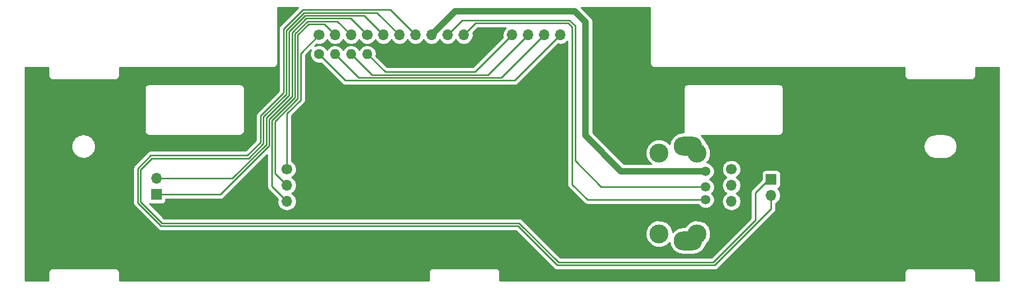
<source format=gbr>
G04 #@! TF.FileFunction,Copper,L2,Bot,Signal*
%FSLAX46Y46*%
G04 Gerber Fmt 4.6, Leading zero omitted, Abs format (unit mm)*
G04 Created by KiCad (PCBNEW 4.0.6) date 05/08/17 22:23:47*
%MOMM*%
%LPD*%
G01*
G04 APERTURE LIST*
%ADD10C,0.100000*%
%ADD11C,1.500000*%
%ADD12C,3.000000*%
%ADD13O,4.500000X3.000000*%
%ADD14C,1.700000*%
%ADD15O,1.700000X1.700000*%
%ADD16R,1.700000X1.700000*%
%ADD17C,1.600000*%
%ADD18O,1.600000X1.600000*%
%ADD19C,0.250000*%
%ADD20C,1.000000*%
%ADD21C,0.254000*%
G04 APERTURE END LIST*
D10*
D11*
X196977000Y-110053000D03*
X196977000Y-107553000D03*
X196977000Y-105553000D03*
X196977000Y-103053000D03*
D12*
X195627000Y-112953000D03*
X195627000Y-100153000D03*
X189627000Y-112953000D03*
X189627000Y-100153000D03*
D11*
X196977000Y-110053000D03*
X196977000Y-107553000D03*
X196977000Y-105553000D03*
X196977000Y-103053000D03*
D13*
X194177000Y-114053000D03*
X194177000Y-99053000D03*
D14*
X130837586Y-102743000D03*
D15*
X130837586Y-105283000D03*
X130837586Y-107823000D03*
D14*
X135917586Y-81496683D03*
D15*
X138457586Y-81496683D03*
X140997586Y-81496683D03*
D14*
X143537586Y-81496683D03*
D15*
X146077586Y-81496683D03*
X148617586Y-81496683D03*
X151157586Y-81496683D03*
X153697586Y-81496683D03*
X156237586Y-81496683D03*
X158777586Y-81496683D03*
X161317586Y-81496683D03*
X163857586Y-81496683D03*
X166397586Y-81496683D03*
X168937586Y-81496683D03*
X171477586Y-81496683D03*
X174017586Y-81496683D03*
D14*
X201041000Y-102743000D03*
D15*
X201041000Y-105283000D03*
X201041000Y-107823000D03*
X201041000Y-110363000D03*
D16*
X207327500Y-104330500D03*
D15*
X207327500Y-106870500D03*
D16*
X110236000Y-106743500D03*
D15*
X110236000Y-104203500D03*
D17*
X135917586Y-84520961D03*
D18*
X143537586Y-92140961D03*
X138457586Y-84520961D03*
X140997586Y-92140961D03*
X140997586Y-84520961D03*
X138457586Y-92140961D03*
X143537586Y-84520961D03*
X135917586Y-92140961D03*
D19*
X174017586Y-81496683D02*
X166802637Y-88711632D01*
X166802637Y-88711632D02*
X140108257Y-88711632D01*
X140108257Y-88711632D02*
X135917586Y-84520961D01*
X171477586Y-81496683D02*
X164712648Y-88261621D01*
X164712648Y-88261621D02*
X142198246Y-88261621D01*
X142198246Y-88261621D02*
X138457586Y-84520961D01*
X168937586Y-81496683D02*
X162622659Y-87811610D01*
X162622659Y-87811610D02*
X144288235Y-87811610D01*
X144288235Y-87811610D02*
X140997586Y-84520961D01*
X166397586Y-81496683D02*
X160532670Y-87361599D01*
X160532670Y-87361599D02*
X146378224Y-87361599D01*
X146378224Y-87361599D02*
X143537586Y-84520961D01*
X158777586Y-81496683D02*
X160640894Y-79633375D01*
X160640894Y-79633375D02*
X175284599Y-79633375D01*
X175284599Y-79633375D02*
X175906334Y-80255110D01*
X175906334Y-80255110D02*
X175906334Y-105164339D01*
X175906334Y-105164339D02*
X178294995Y-107553000D01*
X178294995Y-107553000D02*
X196977000Y-107553000D01*
X156237586Y-81496683D02*
X158550905Y-79183364D01*
X158550905Y-79183364D02*
X175470999Y-79183364D01*
X175470999Y-79183364D02*
X176356345Y-80068710D01*
X176356345Y-101417604D02*
X180491741Y-105553000D01*
X180491741Y-105553000D02*
X196977000Y-105553000D01*
X176356345Y-80068710D02*
X176356345Y-101417604D01*
D20*
X153697586Y-81496683D02*
X157412393Y-77781876D01*
X157412393Y-77781876D02*
X176314696Y-77781876D01*
X176314696Y-77781876D02*
X178008308Y-79475488D01*
X178008308Y-79475488D02*
X178008308Y-97435029D01*
X178008308Y-97435029D02*
X183626279Y-103053000D01*
X183626279Y-103053000D02*
X196977000Y-103053000D01*
D19*
X143537586Y-81496683D02*
X140924433Y-78883530D01*
X140924433Y-78883530D02*
X133909200Y-78883530D01*
X133909200Y-78883530D02*
X131652033Y-81140697D01*
X131652033Y-81140697D02*
X131652033Y-91214015D01*
X131652033Y-91214015D02*
X128042316Y-94823732D01*
X128042316Y-94823732D02*
X128042314Y-99036506D01*
X128042314Y-99036506D02*
X120335320Y-106743500D01*
X120335320Y-106743500D02*
X110236000Y-106743500D01*
X146077586Y-81496683D02*
X143014423Y-78433520D01*
X143014423Y-78433520D02*
X133722800Y-78433520D01*
X133722800Y-78433520D02*
X131202022Y-80954298D01*
X131202022Y-80954298D02*
X131202022Y-86856978D01*
X131202022Y-86856978D02*
X131202019Y-86856981D01*
X131202019Y-86856981D02*
X131202018Y-87005831D01*
X131202018Y-87005831D02*
X131202018Y-91027620D01*
X131202018Y-91027620D02*
X127592306Y-94637332D01*
X127592306Y-94637332D02*
X127592305Y-98850105D01*
X127592305Y-98850105D02*
X122238910Y-104203500D01*
X122238910Y-104203500D02*
X110236000Y-104203500D01*
X207327500Y-104330500D02*
X206945090Y-104330500D01*
X173731900Y-117469490D02*
X167508900Y-111246490D01*
X206945090Y-104330500D02*
X204851000Y-106424590D01*
X204851000Y-106424590D02*
X204851000Y-110806090D01*
X198187600Y-117469490D02*
X173731900Y-117469490D01*
X107754520Y-107877173D02*
X107754520Y-102797642D01*
X204851000Y-110806090D02*
X198187600Y-117469490D01*
X127142296Y-94450932D02*
X130752009Y-90841219D01*
X167508900Y-111246490D02*
X111123837Y-111246490D01*
X130752011Y-86360000D02*
X130752011Y-80767899D01*
X111123837Y-111246490D02*
X107754520Y-107877173D01*
X130752009Y-90841219D02*
X130752009Y-86819430D01*
X109539986Y-101012176D02*
X124793824Y-101012176D01*
X107754520Y-102797642D02*
X109539986Y-101012176D01*
X124793824Y-101012176D02*
X127142296Y-98663704D01*
X127142296Y-98663704D02*
X127142296Y-94450932D01*
X130752009Y-86819430D02*
X130752011Y-86360000D01*
X130752011Y-80767899D02*
X133536400Y-77983510D01*
X133536400Y-77983510D02*
X145104413Y-77983510D01*
X145104413Y-77983510D02*
X148617586Y-81496683D01*
X207327500Y-106870500D02*
X207327500Y-108966000D01*
X198374000Y-117919500D02*
X173545500Y-117919500D01*
X126692286Y-94264532D02*
X130302000Y-90654818D01*
X207327500Y-108966000D02*
X198374000Y-117919500D01*
X109353586Y-100562165D02*
X124607425Y-100562165D01*
X130302000Y-90654818D02*
X130302000Y-80581500D01*
X130302000Y-80581500D02*
X133350000Y-77533500D01*
X173545500Y-117919500D02*
X167322500Y-111696500D01*
X167322500Y-111696500D02*
X110937437Y-111696500D01*
X110937437Y-111696500D02*
X107304509Y-108063573D01*
X107304509Y-102611242D02*
X109353586Y-100562165D01*
X126692286Y-98477304D02*
X126692286Y-94264532D01*
X133350000Y-77533500D02*
X147194403Y-77533500D01*
X107304509Y-108063573D02*
X107304509Y-102611242D01*
X124607425Y-100562165D02*
X126692286Y-98477304D01*
X147194403Y-77533500D02*
X151157586Y-81496683D01*
X130837586Y-97220961D02*
X130837586Y-102743000D01*
X130837586Y-97220961D02*
X130837587Y-93937692D01*
X130837587Y-93937692D02*
X133002063Y-91773216D01*
X133002063Y-91773216D02*
X133002063Y-84412206D01*
X133002063Y-84412206D02*
X135917586Y-81496683D01*
X138457586Y-81496683D02*
X136747281Y-79786378D01*
X128942337Y-103387751D02*
X130837586Y-105283000D01*
X136747281Y-79786378D02*
X134286618Y-79786378D01*
X134286618Y-79786378D02*
X132552052Y-81520944D01*
X132552052Y-81520944D02*
X132552052Y-91586817D01*
X132552052Y-91586817D02*
X128942337Y-95196531D01*
X128942337Y-95196531D02*
X128942337Y-103387751D01*
X140997586Y-81496683D02*
X138837270Y-79336367D01*
X138837270Y-79336367D02*
X134100218Y-79336367D01*
X134100218Y-79336367D02*
X132102041Y-81334544D01*
X132102041Y-81334544D02*
X132102041Y-91400417D01*
X132102041Y-91400417D02*
X128492326Y-95010132D01*
X128492326Y-95010132D02*
X128492326Y-105477740D01*
X128492326Y-105477740D02*
X130837586Y-107823000D01*
D21*
G36*
X129764599Y-80044099D02*
X129599852Y-80290661D01*
X129542000Y-80581500D01*
X129542000Y-90340015D01*
X126154885Y-93727131D01*
X125990138Y-93973693D01*
X125932286Y-94264532D01*
X125932286Y-98162502D01*
X124292623Y-99802165D01*
X109353586Y-99802165D01*
X109062747Y-99860017D01*
X108897900Y-99970164D01*
X108816185Y-100024764D01*
X106767108Y-102073841D01*
X106602361Y-102320403D01*
X106544509Y-102611242D01*
X106544509Y-108063573D01*
X106602361Y-108354412D01*
X106767108Y-108600974D01*
X110400036Y-112233901D01*
X110646597Y-112398648D01*
X110937437Y-112456500D01*
X167007698Y-112456500D01*
X173008099Y-118456901D01*
X173254661Y-118621648D01*
X173545500Y-118679500D01*
X198374000Y-118679500D01*
X198664839Y-118621648D01*
X198911401Y-118456901D01*
X207864901Y-109503401D01*
X208029648Y-109256839D01*
X208087500Y-108966000D01*
X208087500Y-108133801D01*
X208406647Y-107920554D01*
X208728554Y-107438785D01*
X208841593Y-106870500D01*
X208728554Y-106302215D01*
X208406647Y-105820446D01*
X208365048Y-105792650D01*
X208412817Y-105783662D01*
X208628941Y-105644590D01*
X208773931Y-105432390D01*
X208824940Y-105180500D01*
X208824940Y-103480500D01*
X208780662Y-103245183D01*
X208641590Y-103029059D01*
X208429390Y-102884069D01*
X208177500Y-102833060D01*
X206477500Y-102833060D01*
X206242183Y-102877338D01*
X206026059Y-103016410D01*
X205881069Y-103228610D01*
X205830060Y-103480500D01*
X205830060Y-104370728D01*
X204313599Y-105887189D01*
X204148852Y-106133751D01*
X204091000Y-106424590D01*
X204091000Y-110491288D01*
X197872798Y-116709490D01*
X174046702Y-116709490D01*
X170713027Y-113375815D01*
X187491630Y-113375815D01*
X187815980Y-114160800D01*
X188416041Y-114761909D01*
X189200459Y-115087628D01*
X190049815Y-115088370D01*
X190834800Y-114764020D01*
X191287100Y-114312509D01*
X191397997Y-114870029D01*
X191860807Y-115562673D01*
X192553451Y-116025483D01*
X193370480Y-116188000D01*
X194983520Y-116188000D01*
X195800549Y-116025483D01*
X196493193Y-115562673D01*
X196956003Y-114870029D01*
X197012343Y-114586786D01*
X197435909Y-114163959D01*
X197761628Y-113379541D01*
X197762370Y-112530185D01*
X197438020Y-111745200D01*
X196837959Y-111144091D01*
X196053541Y-110818372D01*
X195204185Y-110817630D01*
X194419200Y-111141980D01*
X193818091Y-111742041D01*
X193745026Y-111918000D01*
X193370480Y-111918000D01*
X192553451Y-112080517D01*
X191860807Y-112543327D01*
X191762230Y-112690858D01*
X191762370Y-112530185D01*
X191438020Y-111745200D01*
X190837959Y-111144091D01*
X190053541Y-110818372D01*
X189204185Y-110817630D01*
X188419200Y-111141980D01*
X187818091Y-111742041D01*
X187492372Y-112526459D01*
X187491630Y-113375815D01*
X170713027Y-113375815D01*
X168046301Y-110709089D01*
X167799739Y-110544342D01*
X167508900Y-110486490D01*
X111438639Y-110486490D01*
X109144104Y-108191955D01*
X109386000Y-108240940D01*
X111086000Y-108240940D01*
X111321317Y-108196662D01*
X111537441Y-108057590D01*
X111682431Y-107845390D01*
X111733440Y-107593500D01*
X111733440Y-107503500D01*
X120335320Y-107503500D01*
X120626159Y-107445648D01*
X120872721Y-107280901D01*
X127732326Y-100421296D01*
X127732326Y-105477740D01*
X127790178Y-105768579D01*
X127954925Y-106015141D01*
X129396376Y-107456593D01*
X129323493Y-107823000D01*
X129436532Y-108391285D01*
X129758439Y-108873054D01*
X130240208Y-109194961D01*
X130808493Y-109308000D01*
X130866679Y-109308000D01*
X131434964Y-109194961D01*
X131916733Y-108873054D01*
X132238640Y-108391285D01*
X132351679Y-107823000D01*
X132238640Y-107254715D01*
X131916733Y-106772946D01*
X131587560Y-106553000D01*
X131916733Y-106333054D01*
X132238640Y-105851285D01*
X132351679Y-105283000D01*
X132238640Y-104714715D01*
X131916733Y-104232946D01*
X131612426Y-104029615D01*
X131677672Y-104002656D01*
X132095774Y-103585283D01*
X132322328Y-103039681D01*
X132322843Y-102448911D01*
X132097242Y-101902914D01*
X131679869Y-101484812D01*
X131597586Y-101450645D01*
X131597586Y-97220961D01*
X131597587Y-94252494D01*
X133539464Y-92310617D01*
X133704211Y-92064056D01*
X133762063Y-91773216D01*
X133762063Y-84727008D01*
X134644762Y-83844309D01*
X134482836Y-84234270D01*
X134482338Y-84805148D01*
X134700343Y-85332761D01*
X135103663Y-85736785D01*
X135630895Y-85955711D01*
X136201773Y-85956209D01*
X136255735Y-85933912D01*
X139570856Y-89249033D01*
X139817418Y-89413780D01*
X140108257Y-89471632D01*
X166802637Y-89471632D01*
X167093476Y-89413780D01*
X167340038Y-89249033D01*
X173651178Y-82937893D01*
X174017586Y-83010776D01*
X174585871Y-82897737D01*
X175067640Y-82575830D01*
X175146334Y-82458056D01*
X175146334Y-105164339D01*
X175204186Y-105455178D01*
X175368933Y-105701740D01*
X177757594Y-108090401D01*
X178004156Y-108255148D01*
X178294995Y-108313000D01*
X195792453Y-108313000D01*
X195802169Y-108336515D01*
X196191436Y-108726461D01*
X196700298Y-108937759D01*
X197251285Y-108938240D01*
X197760515Y-108727831D01*
X198150461Y-108338564D01*
X198361759Y-107829702D01*
X198362240Y-107278715D01*
X198151831Y-106769485D01*
X197935687Y-106552964D01*
X198150461Y-106338564D01*
X198361759Y-105829702D01*
X198362236Y-105283000D01*
X199526907Y-105283000D01*
X199639946Y-105851285D01*
X199961853Y-106333054D01*
X200291026Y-106553000D01*
X199961853Y-106772946D01*
X199639946Y-107254715D01*
X199526907Y-107823000D01*
X199639946Y-108391285D01*
X199961853Y-108873054D01*
X200443622Y-109194961D01*
X201011907Y-109308000D01*
X201070093Y-109308000D01*
X201638378Y-109194961D01*
X202120147Y-108873054D01*
X202442054Y-108391285D01*
X202555093Y-107823000D01*
X202442054Y-107254715D01*
X202120147Y-106772946D01*
X201790974Y-106553000D01*
X202120147Y-106333054D01*
X202442054Y-105851285D01*
X202555093Y-105283000D01*
X202442054Y-104714715D01*
X202120147Y-104232946D01*
X201815840Y-104029615D01*
X201881086Y-104002656D01*
X202299188Y-103585283D01*
X202525742Y-103039681D01*
X202526257Y-102448911D01*
X202300656Y-101902914D01*
X201883283Y-101484812D01*
X201337681Y-101258258D01*
X200746911Y-101257743D01*
X200200914Y-101483344D01*
X199782812Y-101900717D01*
X199556258Y-102446319D01*
X199555743Y-103037089D01*
X199781344Y-103583086D01*
X200198717Y-104001188D01*
X200266550Y-104029355D01*
X199961853Y-104232946D01*
X199639946Y-104714715D01*
X199526907Y-105283000D01*
X198362236Y-105283000D01*
X198362240Y-105278715D01*
X198151831Y-104769485D01*
X197762564Y-104379539D01*
X197578414Y-104303073D01*
X197760515Y-104227831D01*
X198150461Y-103838564D01*
X198361759Y-103329702D01*
X198362240Y-102778715D01*
X198151831Y-102269485D01*
X197762564Y-101879539D01*
X197253702Y-101668241D01*
X197131203Y-101668134D01*
X197435909Y-101363959D01*
X197761628Y-100579541D01*
X197762370Y-99730185D01*
X197506629Y-99111244D01*
X231338406Y-99111244D01*
X231481893Y-99832602D01*
X231890510Y-100444140D01*
X231960960Y-100491213D01*
X232034430Y-100564684D01*
X232439959Y-100835650D01*
X232592782Y-100898951D01*
X232686887Y-100937931D01*
X233165242Y-101033082D01*
X233232710Y-101033082D01*
X233298879Y-101046244D01*
X234751178Y-101046244D01*
X234817347Y-101033082D01*
X234884816Y-101033082D01*
X235363170Y-100937931D01*
X235507817Y-100878016D01*
X235610098Y-100835650D01*
X236015627Y-100564683D01*
X236089094Y-100491216D01*
X236159548Y-100444140D01*
X236568165Y-99832602D01*
X236711652Y-99111244D01*
X236568165Y-98389886D01*
X236159548Y-97778348D01*
X236089094Y-97731272D01*
X236015627Y-97657805D01*
X235610098Y-97386838D01*
X235507817Y-97344472D01*
X235363170Y-97284557D01*
X234884816Y-97189406D01*
X234817347Y-97189406D01*
X234751178Y-97176244D01*
X233298879Y-97176244D01*
X233232710Y-97189406D01*
X233165242Y-97189406D01*
X232686887Y-97284557D01*
X232614564Y-97314515D01*
X232439959Y-97386838D01*
X232034430Y-97657804D01*
X231974931Y-97717304D01*
X231960961Y-97731274D01*
X231890510Y-97778348D01*
X231481893Y-98389886D01*
X231338406Y-99111244D01*
X197506629Y-99111244D01*
X197438020Y-98945200D01*
X197012236Y-98518672D01*
X196956003Y-98235971D01*
X196493193Y-97543327D01*
X196245635Y-97377914D01*
X208548357Y-97377914D01*
X208810495Y-97325771D01*
X209032725Y-97177282D01*
X209181214Y-96955052D01*
X209233357Y-96692914D01*
X209233357Y-89955959D01*
X209181214Y-89693821D01*
X209032725Y-89471591D01*
X208810495Y-89323102D01*
X208548357Y-89270959D01*
X194173927Y-89270959D01*
X193911789Y-89323102D01*
X193689559Y-89471591D01*
X193541070Y-89693821D01*
X193488927Y-89955959D01*
X193488927Y-96692914D01*
X193533700Y-96918000D01*
X193370480Y-96918000D01*
X192553451Y-97080517D01*
X191860807Y-97543327D01*
X191397997Y-98235971D01*
X191287012Y-98793929D01*
X190837959Y-98344091D01*
X190053541Y-98018372D01*
X189204185Y-98017630D01*
X188419200Y-98341980D01*
X187818091Y-98942041D01*
X187492372Y-99726459D01*
X187491630Y-100575815D01*
X187815980Y-101360800D01*
X188372209Y-101918000D01*
X184096411Y-101918000D01*
X179143308Y-96964897D01*
X179143308Y-79475488D01*
X179056911Y-79041142D01*
X178810874Y-78672922D01*
X177319635Y-77181683D01*
X188191685Y-77181683D01*
X188191685Y-85986593D01*
X188243828Y-86248731D01*
X188392317Y-86470961D01*
X188614547Y-86619450D01*
X188876685Y-86671593D01*
X228408228Y-86671593D01*
X228408228Y-87941778D01*
X228460371Y-88203916D01*
X228608860Y-88426146D01*
X228831090Y-88574635D01*
X229093228Y-88626778D01*
X238926323Y-88626778D01*
X239188461Y-88574635D01*
X239410691Y-88426146D01*
X239559180Y-88203916D01*
X239611323Y-87941778D01*
X239611323Y-86671593D01*
X243287171Y-86671593D01*
X243287171Y-120315682D01*
X239611323Y-120315682D01*
X239611323Y-119045498D01*
X239559180Y-118783360D01*
X239410691Y-118561130D01*
X239188461Y-118412641D01*
X238926323Y-118360498D01*
X229093228Y-118360498D01*
X228831090Y-118412641D01*
X228608860Y-118561130D01*
X228460371Y-118783360D01*
X228408228Y-119045498D01*
X228408228Y-120315682D01*
X164463260Y-120315682D01*
X164463260Y-119045498D01*
X164411117Y-118783360D01*
X164262628Y-118561130D01*
X164040398Y-118412641D01*
X163778260Y-118360498D01*
X153945165Y-118360498D01*
X153683027Y-118412641D01*
X153460797Y-118561130D01*
X153312308Y-118783360D01*
X153260165Y-119045498D01*
X153260165Y-120315682D01*
X104399416Y-120315682D01*
X104399416Y-119045498D01*
X104347273Y-118783360D01*
X104198784Y-118561130D01*
X103976554Y-118412641D01*
X103714416Y-118360498D01*
X93881321Y-118360498D01*
X93619183Y-118412641D01*
X93396953Y-118561130D01*
X93248464Y-118783360D01*
X93196321Y-119045498D01*
X93196321Y-120315682D01*
X89520473Y-120315682D01*
X89520473Y-99111244D01*
X96767662Y-99111244D01*
X96817443Y-99361512D01*
X96817336Y-99484549D01*
X96864735Y-99599264D01*
X96914955Y-99851736D01*
X97056719Y-100063902D01*
X97103705Y-100177616D01*
X97191396Y-100265460D01*
X97334410Y-100479496D01*
X97546577Y-100621261D01*
X97633501Y-100708337D01*
X97748133Y-100755937D01*
X97962170Y-100898951D01*
X98212435Y-100948732D01*
X98326067Y-100995916D01*
X98450190Y-100996024D01*
X98702662Y-101046244D01*
X98952930Y-100996463D01*
X99075967Y-100996570D01*
X99190682Y-100949171D01*
X99443154Y-100898951D01*
X99655320Y-100757187D01*
X99769034Y-100710201D01*
X99856878Y-100622510D01*
X100070914Y-100479496D01*
X100212679Y-100267329D01*
X100299755Y-100180405D01*
X100347355Y-100065773D01*
X100490369Y-99851736D01*
X100540150Y-99601471D01*
X100587334Y-99487839D01*
X100587442Y-99363716D01*
X100637662Y-99111244D01*
X100587881Y-98860976D01*
X100587988Y-98737939D01*
X100540589Y-98623224D01*
X100490369Y-98370752D01*
X100348605Y-98158586D01*
X100301619Y-98044872D01*
X100213928Y-97957028D01*
X100070914Y-97742992D01*
X99858747Y-97601227D01*
X99771823Y-97514151D01*
X99657191Y-97466551D01*
X99443154Y-97323537D01*
X99192889Y-97273756D01*
X99079257Y-97226572D01*
X98955134Y-97226464D01*
X98702662Y-97176244D01*
X98452394Y-97226025D01*
X98329357Y-97225918D01*
X98214642Y-97273317D01*
X97962170Y-97323537D01*
X97750004Y-97465301D01*
X97636290Y-97512287D01*
X97548446Y-97599978D01*
X97334410Y-97742992D01*
X97192645Y-97955159D01*
X97105569Y-98042083D01*
X97057969Y-98156715D01*
X96914955Y-98370752D01*
X96865174Y-98621017D01*
X96817990Y-98734649D01*
X96817882Y-98858772D01*
X96767662Y-99111244D01*
X89520473Y-99111244D01*
X89520473Y-89955959D01*
X108364691Y-89955959D01*
X108364691Y-96692914D01*
X108416834Y-96955052D01*
X108565323Y-97177282D01*
X108787553Y-97325771D01*
X109049691Y-97377914D01*
X123424121Y-97377914D01*
X123686259Y-97325771D01*
X123908489Y-97177282D01*
X124056978Y-96955052D01*
X124109121Y-96692914D01*
X124109121Y-89955959D01*
X124056978Y-89693821D01*
X123908489Y-89471591D01*
X123686259Y-89323102D01*
X123424121Y-89270959D01*
X109049691Y-89270959D01*
X108787553Y-89323102D01*
X108565323Y-89471591D01*
X108416834Y-89693821D01*
X108364691Y-89955959D01*
X89520473Y-89955959D01*
X89520473Y-86671593D01*
X93196321Y-86671593D01*
X93196321Y-87941778D01*
X93248464Y-88203916D01*
X93396953Y-88426146D01*
X93619183Y-88574635D01*
X93881321Y-88626778D01*
X103714416Y-88626778D01*
X103976554Y-88574635D01*
X104198784Y-88426146D01*
X104347273Y-88203916D01*
X104399416Y-87941778D01*
X104399416Y-86671593D01*
X128678486Y-86671593D01*
X128940624Y-86619450D01*
X129162854Y-86470961D01*
X129311343Y-86248731D01*
X129363486Y-85986593D01*
X129363486Y-77181683D01*
X132627015Y-77181683D01*
X129764599Y-80044099D01*
X129764599Y-80044099D01*
G37*
X129764599Y-80044099D02*
X129599852Y-80290661D01*
X129542000Y-80581500D01*
X129542000Y-90340015D01*
X126154885Y-93727131D01*
X125990138Y-93973693D01*
X125932286Y-94264532D01*
X125932286Y-98162502D01*
X124292623Y-99802165D01*
X109353586Y-99802165D01*
X109062747Y-99860017D01*
X108897900Y-99970164D01*
X108816185Y-100024764D01*
X106767108Y-102073841D01*
X106602361Y-102320403D01*
X106544509Y-102611242D01*
X106544509Y-108063573D01*
X106602361Y-108354412D01*
X106767108Y-108600974D01*
X110400036Y-112233901D01*
X110646597Y-112398648D01*
X110937437Y-112456500D01*
X167007698Y-112456500D01*
X173008099Y-118456901D01*
X173254661Y-118621648D01*
X173545500Y-118679500D01*
X198374000Y-118679500D01*
X198664839Y-118621648D01*
X198911401Y-118456901D01*
X207864901Y-109503401D01*
X208029648Y-109256839D01*
X208087500Y-108966000D01*
X208087500Y-108133801D01*
X208406647Y-107920554D01*
X208728554Y-107438785D01*
X208841593Y-106870500D01*
X208728554Y-106302215D01*
X208406647Y-105820446D01*
X208365048Y-105792650D01*
X208412817Y-105783662D01*
X208628941Y-105644590D01*
X208773931Y-105432390D01*
X208824940Y-105180500D01*
X208824940Y-103480500D01*
X208780662Y-103245183D01*
X208641590Y-103029059D01*
X208429390Y-102884069D01*
X208177500Y-102833060D01*
X206477500Y-102833060D01*
X206242183Y-102877338D01*
X206026059Y-103016410D01*
X205881069Y-103228610D01*
X205830060Y-103480500D01*
X205830060Y-104370728D01*
X204313599Y-105887189D01*
X204148852Y-106133751D01*
X204091000Y-106424590D01*
X204091000Y-110491288D01*
X197872798Y-116709490D01*
X174046702Y-116709490D01*
X170713027Y-113375815D01*
X187491630Y-113375815D01*
X187815980Y-114160800D01*
X188416041Y-114761909D01*
X189200459Y-115087628D01*
X190049815Y-115088370D01*
X190834800Y-114764020D01*
X191287100Y-114312509D01*
X191397997Y-114870029D01*
X191860807Y-115562673D01*
X192553451Y-116025483D01*
X193370480Y-116188000D01*
X194983520Y-116188000D01*
X195800549Y-116025483D01*
X196493193Y-115562673D01*
X196956003Y-114870029D01*
X197012343Y-114586786D01*
X197435909Y-114163959D01*
X197761628Y-113379541D01*
X197762370Y-112530185D01*
X197438020Y-111745200D01*
X196837959Y-111144091D01*
X196053541Y-110818372D01*
X195204185Y-110817630D01*
X194419200Y-111141980D01*
X193818091Y-111742041D01*
X193745026Y-111918000D01*
X193370480Y-111918000D01*
X192553451Y-112080517D01*
X191860807Y-112543327D01*
X191762230Y-112690858D01*
X191762370Y-112530185D01*
X191438020Y-111745200D01*
X190837959Y-111144091D01*
X190053541Y-110818372D01*
X189204185Y-110817630D01*
X188419200Y-111141980D01*
X187818091Y-111742041D01*
X187492372Y-112526459D01*
X187491630Y-113375815D01*
X170713027Y-113375815D01*
X168046301Y-110709089D01*
X167799739Y-110544342D01*
X167508900Y-110486490D01*
X111438639Y-110486490D01*
X109144104Y-108191955D01*
X109386000Y-108240940D01*
X111086000Y-108240940D01*
X111321317Y-108196662D01*
X111537441Y-108057590D01*
X111682431Y-107845390D01*
X111733440Y-107593500D01*
X111733440Y-107503500D01*
X120335320Y-107503500D01*
X120626159Y-107445648D01*
X120872721Y-107280901D01*
X127732326Y-100421296D01*
X127732326Y-105477740D01*
X127790178Y-105768579D01*
X127954925Y-106015141D01*
X129396376Y-107456593D01*
X129323493Y-107823000D01*
X129436532Y-108391285D01*
X129758439Y-108873054D01*
X130240208Y-109194961D01*
X130808493Y-109308000D01*
X130866679Y-109308000D01*
X131434964Y-109194961D01*
X131916733Y-108873054D01*
X132238640Y-108391285D01*
X132351679Y-107823000D01*
X132238640Y-107254715D01*
X131916733Y-106772946D01*
X131587560Y-106553000D01*
X131916733Y-106333054D01*
X132238640Y-105851285D01*
X132351679Y-105283000D01*
X132238640Y-104714715D01*
X131916733Y-104232946D01*
X131612426Y-104029615D01*
X131677672Y-104002656D01*
X132095774Y-103585283D01*
X132322328Y-103039681D01*
X132322843Y-102448911D01*
X132097242Y-101902914D01*
X131679869Y-101484812D01*
X131597586Y-101450645D01*
X131597586Y-97220961D01*
X131597587Y-94252494D01*
X133539464Y-92310617D01*
X133704211Y-92064056D01*
X133762063Y-91773216D01*
X133762063Y-84727008D01*
X134644762Y-83844309D01*
X134482836Y-84234270D01*
X134482338Y-84805148D01*
X134700343Y-85332761D01*
X135103663Y-85736785D01*
X135630895Y-85955711D01*
X136201773Y-85956209D01*
X136255735Y-85933912D01*
X139570856Y-89249033D01*
X139817418Y-89413780D01*
X140108257Y-89471632D01*
X166802637Y-89471632D01*
X167093476Y-89413780D01*
X167340038Y-89249033D01*
X173651178Y-82937893D01*
X174017586Y-83010776D01*
X174585871Y-82897737D01*
X175067640Y-82575830D01*
X175146334Y-82458056D01*
X175146334Y-105164339D01*
X175204186Y-105455178D01*
X175368933Y-105701740D01*
X177757594Y-108090401D01*
X178004156Y-108255148D01*
X178294995Y-108313000D01*
X195792453Y-108313000D01*
X195802169Y-108336515D01*
X196191436Y-108726461D01*
X196700298Y-108937759D01*
X197251285Y-108938240D01*
X197760515Y-108727831D01*
X198150461Y-108338564D01*
X198361759Y-107829702D01*
X198362240Y-107278715D01*
X198151831Y-106769485D01*
X197935687Y-106552964D01*
X198150461Y-106338564D01*
X198361759Y-105829702D01*
X198362236Y-105283000D01*
X199526907Y-105283000D01*
X199639946Y-105851285D01*
X199961853Y-106333054D01*
X200291026Y-106553000D01*
X199961853Y-106772946D01*
X199639946Y-107254715D01*
X199526907Y-107823000D01*
X199639946Y-108391285D01*
X199961853Y-108873054D01*
X200443622Y-109194961D01*
X201011907Y-109308000D01*
X201070093Y-109308000D01*
X201638378Y-109194961D01*
X202120147Y-108873054D01*
X202442054Y-108391285D01*
X202555093Y-107823000D01*
X202442054Y-107254715D01*
X202120147Y-106772946D01*
X201790974Y-106553000D01*
X202120147Y-106333054D01*
X202442054Y-105851285D01*
X202555093Y-105283000D01*
X202442054Y-104714715D01*
X202120147Y-104232946D01*
X201815840Y-104029615D01*
X201881086Y-104002656D01*
X202299188Y-103585283D01*
X202525742Y-103039681D01*
X202526257Y-102448911D01*
X202300656Y-101902914D01*
X201883283Y-101484812D01*
X201337681Y-101258258D01*
X200746911Y-101257743D01*
X200200914Y-101483344D01*
X199782812Y-101900717D01*
X199556258Y-102446319D01*
X199555743Y-103037089D01*
X199781344Y-103583086D01*
X200198717Y-104001188D01*
X200266550Y-104029355D01*
X199961853Y-104232946D01*
X199639946Y-104714715D01*
X199526907Y-105283000D01*
X198362236Y-105283000D01*
X198362240Y-105278715D01*
X198151831Y-104769485D01*
X197762564Y-104379539D01*
X197578414Y-104303073D01*
X197760515Y-104227831D01*
X198150461Y-103838564D01*
X198361759Y-103329702D01*
X198362240Y-102778715D01*
X198151831Y-102269485D01*
X197762564Y-101879539D01*
X197253702Y-101668241D01*
X197131203Y-101668134D01*
X197435909Y-101363959D01*
X197761628Y-100579541D01*
X197762370Y-99730185D01*
X197506629Y-99111244D01*
X231338406Y-99111244D01*
X231481893Y-99832602D01*
X231890510Y-100444140D01*
X231960960Y-100491213D01*
X232034430Y-100564684D01*
X232439959Y-100835650D01*
X232592782Y-100898951D01*
X232686887Y-100937931D01*
X233165242Y-101033082D01*
X233232710Y-101033082D01*
X233298879Y-101046244D01*
X234751178Y-101046244D01*
X234817347Y-101033082D01*
X234884816Y-101033082D01*
X235363170Y-100937931D01*
X235507817Y-100878016D01*
X235610098Y-100835650D01*
X236015627Y-100564683D01*
X236089094Y-100491216D01*
X236159548Y-100444140D01*
X236568165Y-99832602D01*
X236711652Y-99111244D01*
X236568165Y-98389886D01*
X236159548Y-97778348D01*
X236089094Y-97731272D01*
X236015627Y-97657805D01*
X235610098Y-97386838D01*
X235507817Y-97344472D01*
X235363170Y-97284557D01*
X234884816Y-97189406D01*
X234817347Y-97189406D01*
X234751178Y-97176244D01*
X233298879Y-97176244D01*
X233232710Y-97189406D01*
X233165242Y-97189406D01*
X232686887Y-97284557D01*
X232614564Y-97314515D01*
X232439959Y-97386838D01*
X232034430Y-97657804D01*
X231974931Y-97717304D01*
X231960961Y-97731274D01*
X231890510Y-97778348D01*
X231481893Y-98389886D01*
X231338406Y-99111244D01*
X197506629Y-99111244D01*
X197438020Y-98945200D01*
X197012236Y-98518672D01*
X196956003Y-98235971D01*
X196493193Y-97543327D01*
X196245635Y-97377914D01*
X208548357Y-97377914D01*
X208810495Y-97325771D01*
X209032725Y-97177282D01*
X209181214Y-96955052D01*
X209233357Y-96692914D01*
X209233357Y-89955959D01*
X209181214Y-89693821D01*
X209032725Y-89471591D01*
X208810495Y-89323102D01*
X208548357Y-89270959D01*
X194173927Y-89270959D01*
X193911789Y-89323102D01*
X193689559Y-89471591D01*
X193541070Y-89693821D01*
X193488927Y-89955959D01*
X193488927Y-96692914D01*
X193533700Y-96918000D01*
X193370480Y-96918000D01*
X192553451Y-97080517D01*
X191860807Y-97543327D01*
X191397997Y-98235971D01*
X191287012Y-98793929D01*
X190837959Y-98344091D01*
X190053541Y-98018372D01*
X189204185Y-98017630D01*
X188419200Y-98341980D01*
X187818091Y-98942041D01*
X187492372Y-99726459D01*
X187491630Y-100575815D01*
X187815980Y-101360800D01*
X188372209Y-101918000D01*
X184096411Y-101918000D01*
X179143308Y-96964897D01*
X179143308Y-79475488D01*
X179056911Y-79041142D01*
X178810874Y-78672922D01*
X177319635Y-77181683D01*
X188191685Y-77181683D01*
X188191685Y-85986593D01*
X188243828Y-86248731D01*
X188392317Y-86470961D01*
X188614547Y-86619450D01*
X188876685Y-86671593D01*
X228408228Y-86671593D01*
X228408228Y-87941778D01*
X228460371Y-88203916D01*
X228608860Y-88426146D01*
X228831090Y-88574635D01*
X229093228Y-88626778D01*
X238926323Y-88626778D01*
X239188461Y-88574635D01*
X239410691Y-88426146D01*
X239559180Y-88203916D01*
X239611323Y-87941778D01*
X239611323Y-86671593D01*
X243287171Y-86671593D01*
X243287171Y-120315682D01*
X239611323Y-120315682D01*
X239611323Y-119045498D01*
X239559180Y-118783360D01*
X239410691Y-118561130D01*
X239188461Y-118412641D01*
X238926323Y-118360498D01*
X229093228Y-118360498D01*
X228831090Y-118412641D01*
X228608860Y-118561130D01*
X228460371Y-118783360D01*
X228408228Y-119045498D01*
X228408228Y-120315682D01*
X164463260Y-120315682D01*
X164463260Y-119045498D01*
X164411117Y-118783360D01*
X164262628Y-118561130D01*
X164040398Y-118412641D01*
X163778260Y-118360498D01*
X153945165Y-118360498D01*
X153683027Y-118412641D01*
X153460797Y-118561130D01*
X153312308Y-118783360D01*
X153260165Y-119045498D01*
X153260165Y-120315682D01*
X104399416Y-120315682D01*
X104399416Y-119045498D01*
X104347273Y-118783360D01*
X104198784Y-118561130D01*
X103976554Y-118412641D01*
X103714416Y-118360498D01*
X93881321Y-118360498D01*
X93619183Y-118412641D01*
X93396953Y-118561130D01*
X93248464Y-118783360D01*
X93196321Y-119045498D01*
X93196321Y-120315682D01*
X89520473Y-120315682D01*
X89520473Y-99111244D01*
X96767662Y-99111244D01*
X96817443Y-99361512D01*
X96817336Y-99484549D01*
X96864735Y-99599264D01*
X96914955Y-99851736D01*
X97056719Y-100063902D01*
X97103705Y-100177616D01*
X97191396Y-100265460D01*
X97334410Y-100479496D01*
X97546577Y-100621261D01*
X97633501Y-100708337D01*
X97748133Y-100755937D01*
X97962170Y-100898951D01*
X98212435Y-100948732D01*
X98326067Y-100995916D01*
X98450190Y-100996024D01*
X98702662Y-101046244D01*
X98952930Y-100996463D01*
X99075967Y-100996570D01*
X99190682Y-100949171D01*
X99443154Y-100898951D01*
X99655320Y-100757187D01*
X99769034Y-100710201D01*
X99856878Y-100622510D01*
X100070914Y-100479496D01*
X100212679Y-100267329D01*
X100299755Y-100180405D01*
X100347355Y-100065773D01*
X100490369Y-99851736D01*
X100540150Y-99601471D01*
X100587334Y-99487839D01*
X100587442Y-99363716D01*
X100637662Y-99111244D01*
X100587881Y-98860976D01*
X100587988Y-98737939D01*
X100540589Y-98623224D01*
X100490369Y-98370752D01*
X100348605Y-98158586D01*
X100301619Y-98044872D01*
X100213928Y-97957028D01*
X100070914Y-97742992D01*
X99858747Y-97601227D01*
X99771823Y-97514151D01*
X99657191Y-97466551D01*
X99443154Y-97323537D01*
X99192889Y-97273756D01*
X99079257Y-97226572D01*
X98955134Y-97226464D01*
X98702662Y-97176244D01*
X98452394Y-97226025D01*
X98329357Y-97225918D01*
X98214642Y-97273317D01*
X97962170Y-97323537D01*
X97750004Y-97465301D01*
X97636290Y-97512287D01*
X97548446Y-97599978D01*
X97334410Y-97742992D01*
X97192645Y-97955159D01*
X97105569Y-98042083D01*
X97057969Y-98156715D01*
X96914955Y-98370752D01*
X96865174Y-98621017D01*
X96817990Y-98734649D01*
X96817882Y-98858772D01*
X96767662Y-99111244D01*
X89520473Y-99111244D01*
X89520473Y-89955959D01*
X108364691Y-89955959D01*
X108364691Y-96692914D01*
X108416834Y-96955052D01*
X108565323Y-97177282D01*
X108787553Y-97325771D01*
X109049691Y-97377914D01*
X123424121Y-97377914D01*
X123686259Y-97325771D01*
X123908489Y-97177282D01*
X124056978Y-96955052D01*
X124109121Y-96692914D01*
X124109121Y-89955959D01*
X124056978Y-89693821D01*
X123908489Y-89471591D01*
X123686259Y-89323102D01*
X123424121Y-89270959D01*
X109049691Y-89270959D01*
X108787553Y-89323102D01*
X108565323Y-89471591D01*
X108416834Y-89693821D01*
X108364691Y-89955959D01*
X89520473Y-89955959D01*
X89520473Y-86671593D01*
X93196321Y-86671593D01*
X93196321Y-87941778D01*
X93248464Y-88203916D01*
X93396953Y-88426146D01*
X93619183Y-88574635D01*
X93881321Y-88626778D01*
X103714416Y-88626778D01*
X103976554Y-88574635D01*
X104198784Y-88426146D01*
X104347273Y-88203916D01*
X104399416Y-87941778D01*
X104399416Y-86671593D01*
X128678486Y-86671593D01*
X128940624Y-86619450D01*
X129162854Y-86470961D01*
X129311343Y-86248731D01*
X129363486Y-85986593D01*
X129363486Y-77181683D01*
X132627015Y-77181683D01*
X129764599Y-80044099D01*
G36*
X165347532Y-80417536D02*
X165025625Y-80899305D01*
X164912586Y-81467590D01*
X164912586Y-81525776D01*
X164975815Y-81843652D01*
X160217868Y-86601599D01*
X146693026Y-86601599D01*
X144917490Y-84826063D01*
X144972586Y-84549074D01*
X144972586Y-84492848D01*
X144863353Y-83943697D01*
X144552284Y-83478150D01*
X144086737Y-83167081D01*
X143537586Y-83057848D01*
X142988435Y-83167081D01*
X142522888Y-83478150D01*
X142267586Y-83860236D01*
X142012284Y-83478150D01*
X141546737Y-83167081D01*
X140997586Y-83057848D01*
X140448435Y-83167081D01*
X139982888Y-83478150D01*
X139727586Y-83860236D01*
X139472284Y-83478150D01*
X139006737Y-83167081D01*
X138457586Y-83057848D01*
X137908435Y-83167081D01*
X137442888Y-83478150D01*
X137193559Y-83851297D01*
X137134829Y-83709161D01*
X136731509Y-83305137D01*
X136204277Y-83086211D01*
X135633399Y-83085713D01*
X135241379Y-83247692D01*
X135540877Y-82948194D01*
X135620905Y-82981425D01*
X136211675Y-82981940D01*
X136757672Y-82756339D01*
X137175774Y-82338966D01*
X137203941Y-82271133D01*
X137407532Y-82575830D01*
X137889301Y-82897737D01*
X138457586Y-83010776D01*
X139025871Y-82897737D01*
X139507640Y-82575830D01*
X139727586Y-82246657D01*
X139947532Y-82575830D01*
X140429301Y-82897737D01*
X140997586Y-83010776D01*
X141565871Y-82897737D01*
X142047640Y-82575830D01*
X142250971Y-82271523D01*
X142277930Y-82336769D01*
X142695303Y-82754871D01*
X143240905Y-82981425D01*
X143831675Y-82981940D01*
X144377672Y-82756339D01*
X144795774Y-82338966D01*
X144823941Y-82271133D01*
X145027532Y-82575830D01*
X145509301Y-82897737D01*
X146077586Y-83010776D01*
X146645871Y-82897737D01*
X147127640Y-82575830D01*
X147347586Y-82246657D01*
X147567532Y-82575830D01*
X148049301Y-82897737D01*
X148617586Y-83010776D01*
X149185871Y-82897737D01*
X149667640Y-82575830D01*
X149887586Y-82246657D01*
X150107532Y-82575830D01*
X150589301Y-82897737D01*
X151157586Y-83010776D01*
X151725871Y-82897737D01*
X152207640Y-82575830D01*
X152427586Y-82246657D01*
X152647532Y-82575830D01*
X153129301Y-82897737D01*
X153697586Y-83010776D01*
X154265871Y-82897737D01*
X154747640Y-82575830D01*
X154967586Y-82246657D01*
X155187532Y-82575830D01*
X155669301Y-82897737D01*
X156237586Y-83010776D01*
X156805871Y-82897737D01*
X157287640Y-82575830D01*
X157507586Y-82246657D01*
X157727532Y-82575830D01*
X158209301Y-82897737D01*
X158777586Y-83010776D01*
X159345871Y-82897737D01*
X159827640Y-82575830D01*
X160149547Y-82094061D01*
X160262586Y-81525776D01*
X160262586Y-81467590D01*
X160199357Y-81149714D01*
X160955696Y-80393375D01*
X165383692Y-80393375D01*
X165347532Y-80417536D01*
X165347532Y-80417536D01*
G37*
X165347532Y-80417536D02*
X165025625Y-80899305D01*
X164912586Y-81467590D01*
X164912586Y-81525776D01*
X164975815Y-81843652D01*
X160217868Y-86601599D01*
X146693026Y-86601599D01*
X144917490Y-84826063D01*
X144972586Y-84549074D01*
X144972586Y-84492848D01*
X144863353Y-83943697D01*
X144552284Y-83478150D01*
X144086737Y-83167081D01*
X143537586Y-83057848D01*
X142988435Y-83167081D01*
X142522888Y-83478150D01*
X142267586Y-83860236D01*
X142012284Y-83478150D01*
X141546737Y-83167081D01*
X140997586Y-83057848D01*
X140448435Y-83167081D01*
X139982888Y-83478150D01*
X139727586Y-83860236D01*
X139472284Y-83478150D01*
X139006737Y-83167081D01*
X138457586Y-83057848D01*
X137908435Y-83167081D01*
X137442888Y-83478150D01*
X137193559Y-83851297D01*
X137134829Y-83709161D01*
X136731509Y-83305137D01*
X136204277Y-83086211D01*
X135633399Y-83085713D01*
X135241379Y-83247692D01*
X135540877Y-82948194D01*
X135620905Y-82981425D01*
X136211675Y-82981940D01*
X136757672Y-82756339D01*
X137175774Y-82338966D01*
X137203941Y-82271133D01*
X137407532Y-82575830D01*
X137889301Y-82897737D01*
X138457586Y-83010776D01*
X139025871Y-82897737D01*
X139507640Y-82575830D01*
X139727586Y-82246657D01*
X139947532Y-82575830D01*
X140429301Y-82897737D01*
X140997586Y-83010776D01*
X141565871Y-82897737D01*
X142047640Y-82575830D01*
X142250971Y-82271523D01*
X142277930Y-82336769D01*
X142695303Y-82754871D01*
X143240905Y-82981425D01*
X143831675Y-82981940D01*
X144377672Y-82756339D01*
X144795774Y-82338966D01*
X144823941Y-82271133D01*
X145027532Y-82575830D01*
X145509301Y-82897737D01*
X146077586Y-83010776D01*
X146645871Y-82897737D01*
X147127640Y-82575830D01*
X147347586Y-82246657D01*
X147567532Y-82575830D01*
X148049301Y-82897737D01*
X148617586Y-83010776D01*
X149185871Y-82897737D01*
X149667640Y-82575830D01*
X149887586Y-82246657D01*
X150107532Y-82575830D01*
X150589301Y-82897737D01*
X151157586Y-83010776D01*
X151725871Y-82897737D01*
X152207640Y-82575830D01*
X152427586Y-82246657D01*
X152647532Y-82575830D01*
X153129301Y-82897737D01*
X153697586Y-83010776D01*
X154265871Y-82897737D01*
X154747640Y-82575830D01*
X154967586Y-82246657D01*
X155187532Y-82575830D01*
X155669301Y-82897737D01*
X156237586Y-83010776D01*
X156805871Y-82897737D01*
X157287640Y-82575830D01*
X157507586Y-82246657D01*
X157727532Y-82575830D01*
X158209301Y-82897737D01*
X158777586Y-83010776D01*
X159345871Y-82897737D01*
X159827640Y-82575830D01*
X160149547Y-82094061D01*
X160262586Y-81525776D01*
X160262586Y-81467590D01*
X160199357Y-81149714D01*
X160955696Y-80393375D01*
X165383692Y-80393375D01*
X165347532Y-80417536D01*
M02*

</source>
